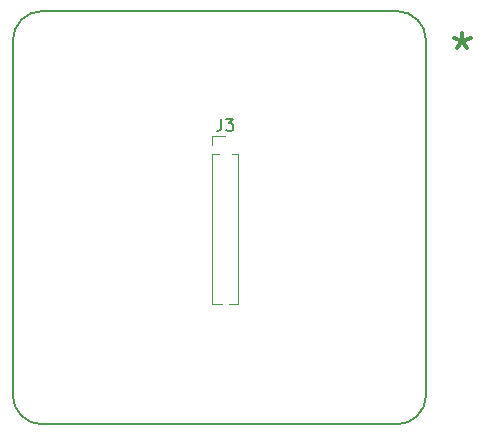
<source format=gbr>
%TF.GenerationSoftware,KiCad,Pcbnew,(5.1.10)-1*%
%TF.CreationDate,2023-08-12T08:02:15-05:00*%
%TF.ProjectId,perovskite_router,7065726f-7673-46b6-9974-655f726f7574,A*%
%TF.SameCoordinates,Original*%
%TF.FileFunction,Legend,Top*%
%TF.FilePolarity,Positive*%
%FSLAX46Y46*%
G04 Gerber Fmt 4.6, Leading zero omitted, Abs format (unit mm)*
G04 Created by KiCad (PCBNEW (5.1.10)-1) date 2023-08-12 08:02:15*
%MOMM*%
%LPD*%
G01*
G04 APERTURE LIST*
%ADD10C,0.300000*%
%ADD11C,0.200000*%
%ADD12C,0.120000*%
%ADD13C,0.150000*%
G04 APERTURE END LIST*
D10*
X175768000Y-82177142D02*
X175768000Y-82891428D01*
X175053714Y-82605714D02*
X175768000Y-82891428D01*
X176482285Y-82605714D01*
X175339428Y-83462857D02*
X175768000Y-82891428D01*
X176196571Y-83462857D01*
D11*
X137705004Y-82816000D02*
G75*
G02*
X140205004Y-80316000I2500000J0D01*
G01*
X140205004Y-115316000D02*
G75*
G02*
X137705004Y-112816000I0J2500000D01*
G01*
X172705004Y-112816000D02*
X172705004Y-82816000D01*
X170205004Y-80316000D02*
G75*
G02*
X172705004Y-82816000I0J-2500000D01*
G01*
X140205004Y-115316000D02*
X170205004Y-115316000D01*
X170205004Y-80316000D02*
X140205004Y-80316000D01*
X172705004Y-112816000D02*
G75*
G02*
X170205004Y-115316000I-2500000J0D01*
G01*
X137705004Y-82816000D02*
X137705004Y-112816000D01*
D12*
%TO.C,J3*%
X154592000Y-105089000D02*
X155394470Y-105089000D01*
X156009530Y-105089000D02*
X156812000Y-105089000D01*
X154592000Y-92454000D02*
X154592000Y-105089000D01*
X156812000Y-92454000D02*
X156812000Y-105089000D01*
X154592000Y-92454000D02*
X155138529Y-92454000D01*
X156265471Y-92454000D02*
X156812000Y-92454000D01*
X154592000Y-91694000D02*
X154592000Y-90934000D01*
X154592000Y-90934000D02*
X155702000Y-90934000D01*
D13*
X155368666Y-89451380D02*
X155368666Y-90165666D01*
X155321047Y-90308523D01*
X155225809Y-90403761D01*
X155082952Y-90451380D01*
X154987714Y-90451380D01*
X155749619Y-89451380D02*
X156368666Y-89451380D01*
X156035333Y-89832333D01*
X156178190Y-89832333D01*
X156273428Y-89879952D01*
X156321047Y-89927571D01*
X156368666Y-90022809D01*
X156368666Y-90260904D01*
X156321047Y-90356142D01*
X156273428Y-90403761D01*
X156178190Y-90451380D01*
X155892476Y-90451380D01*
X155797238Y-90403761D01*
X155749619Y-90356142D01*
%TD*%
M02*

</source>
